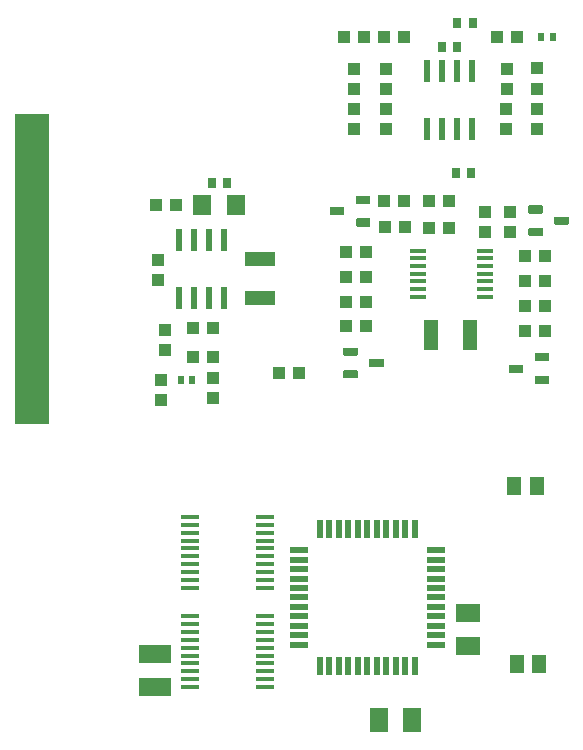
<source format=gbr>
G04 #@! TF.GenerationSoftware,KiCad,Pcbnew,(5.1.2)-2*
G04 #@! TF.CreationDate,2022-01-19T07:15:10-03:00*
G04 #@! TF.ProjectId,MAG_Plus,4d41475f-506c-4757-932e-6b696361645f,rev?*
G04 #@! TF.SameCoordinates,Original*
G04 #@! TF.FileFunction,Paste,Top*
G04 #@! TF.FilePolarity,Positive*
%FSLAX46Y46*%
G04 Gerber Fmt 4.6, Leading zero omitted, Abs format (unit mm)*
G04 Created by KiCad (PCBNEW (5.1.2)-2) date 2022-01-19 07:15:10*
%MOMM*%
%LPD*%
G04 APERTURE LIST*
%ADD10R,1.600000X0.357500*%
%ADD11R,1.000000X1.100000*%
%ADD12C,0.100000*%
%ADD13C,0.690000*%
%ADD14R,1.422400X0.355600*%
%ADD15R,0.700000X0.900000*%
%ADD16R,0.558800X1.981200*%
%ADD17R,3.000000X26.300000*%
%ADD18R,2.500000X1.200000*%
%ADD19R,1.200000X2.500000*%
%ADD20R,1.100000X1.000000*%
%ADD21R,0.600000X0.700000*%
%ADD22R,1.600000X1.803000*%
%ADD23R,2.700000X1.600000*%
%ADD24R,1.300000X1.500000*%
%ADD25R,1.500000X0.500000*%
%ADD26R,0.500000X1.500000*%
%ADD27R,1.600000X2.000000*%
%ADD28R,2.000000X1.600000*%
G04 APERTURE END LIST*
D10*
X47275000Y-61850500D03*
X47275000Y-62517250D03*
X47275000Y-61183750D03*
X47275000Y-63184000D03*
X47275000Y-63850750D03*
X47275000Y-64517500D03*
X47275000Y-65184250D03*
X47275000Y-65851000D03*
X47275000Y-66517750D03*
X47275000Y-67184500D03*
X40925000Y-61183750D03*
X40925000Y-61850500D03*
X40925000Y-62517250D03*
X40925000Y-63184000D03*
X40925000Y-63850750D03*
X40925000Y-64517500D03*
X40925000Y-65184250D03*
X40925000Y-65851000D03*
X40925000Y-66517750D03*
X40925000Y-67184500D03*
X40925000Y-75584500D03*
X40925000Y-74917750D03*
X40925000Y-74251000D03*
X40925000Y-73584250D03*
X40925000Y-72917500D03*
X40925000Y-72250750D03*
X40925000Y-71584000D03*
X40925000Y-70917250D03*
X40925000Y-70250500D03*
X40925000Y-69583750D03*
X47275000Y-75584500D03*
X47275000Y-74917750D03*
X47275000Y-74251000D03*
X47275000Y-73584250D03*
X47275000Y-72917500D03*
X47275000Y-72250750D03*
X47275000Y-71584000D03*
X47275000Y-69583750D03*
X47275000Y-70917250D03*
X47275000Y-70250500D03*
D11*
X53960000Y-20530000D03*
X55660000Y-20530000D03*
X59020000Y-20520000D03*
X57320000Y-20520000D03*
D12*
G36*
X53877204Y-34955415D02*
G01*
X53885577Y-34956657D01*
X53893787Y-34958714D01*
X53901756Y-34961565D01*
X53909408Y-34965184D01*
X53916668Y-34969536D01*
X53923466Y-34974578D01*
X53929738Y-34980262D01*
X53935422Y-34986534D01*
X53940464Y-34993332D01*
X53944816Y-35000592D01*
X53948435Y-35008244D01*
X53951286Y-35016213D01*
X53953343Y-35024423D01*
X53954585Y-35032796D01*
X53955000Y-35041250D01*
X53955000Y-35558750D01*
X53954585Y-35567204D01*
X53953343Y-35575577D01*
X53951286Y-35583787D01*
X53948435Y-35591756D01*
X53944816Y-35599408D01*
X53940464Y-35606668D01*
X53935422Y-35613466D01*
X53929738Y-35619738D01*
X53923466Y-35625422D01*
X53916668Y-35630464D01*
X53909408Y-35634816D01*
X53901756Y-35638435D01*
X53893787Y-35641286D01*
X53885577Y-35643343D01*
X53877204Y-35644585D01*
X53868750Y-35645000D01*
X52831250Y-35645000D01*
X52822796Y-35644585D01*
X52814423Y-35643343D01*
X52806213Y-35641286D01*
X52798244Y-35638435D01*
X52790592Y-35634816D01*
X52783332Y-35630464D01*
X52776534Y-35625422D01*
X52770262Y-35619738D01*
X52764578Y-35613466D01*
X52759536Y-35606668D01*
X52755184Y-35599408D01*
X52751565Y-35591756D01*
X52748714Y-35583787D01*
X52746657Y-35575577D01*
X52745415Y-35567204D01*
X52745000Y-35558750D01*
X52745000Y-35041250D01*
X52745415Y-35032796D01*
X52746657Y-35024423D01*
X52748714Y-35016213D01*
X52751565Y-35008244D01*
X52755184Y-35000592D01*
X52759536Y-34993332D01*
X52764578Y-34986534D01*
X52770262Y-34980262D01*
X52776534Y-34974578D01*
X52783332Y-34969536D01*
X52790592Y-34965184D01*
X52798244Y-34961565D01*
X52806213Y-34958714D01*
X52814423Y-34956657D01*
X52822796Y-34955415D01*
X52831250Y-34955000D01*
X53868750Y-34955000D01*
X53877204Y-34955415D01*
X53877204Y-34955415D01*
G37*
D13*
X53350000Y-35300000D03*
D12*
G36*
X56077204Y-34005415D02*
G01*
X56085577Y-34006657D01*
X56093787Y-34008714D01*
X56101756Y-34011565D01*
X56109408Y-34015184D01*
X56116668Y-34019536D01*
X56123466Y-34024578D01*
X56129738Y-34030262D01*
X56135422Y-34036534D01*
X56140464Y-34043332D01*
X56144816Y-34050592D01*
X56148435Y-34058244D01*
X56151286Y-34066213D01*
X56153343Y-34074423D01*
X56154585Y-34082796D01*
X56155000Y-34091250D01*
X56155000Y-34608750D01*
X56154585Y-34617204D01*
X56153343Y-34625577D01*
X56151286Y-34633787D01*
X56148435Y-34641756D01*
X56144816Y-34649408D01*
X56140464Y-34656668D01*
X56135422Y-34663466D01*
X56129738Y-34669738D01*
X56123466Y-34675422D01*
X56116668Y-34680464D01*
X56109408Y-34684816D01*
X56101756Y-34688435D01*
X56093787Y-34691286D01*
X56085577Y-34693343D01*
X56077204Y-34694585D01*
X56068750Y-34695000D01*
X55031250Y-34695000D01*
X55022796Y-34694585D01*
X55014423Y-34693343D01*
X55006213Y-34691286D01*
X54998244Y-34688435D01*
X54990592Y-34684816D01*
X54983332Y-34680464D01*
X54976534Y-34675422D01*
X54970262Y-34669738D01*
X54964578Y-34663466D01*
X54959536Y-34656668D01*
X54955184Y-34649408D01*
X54951565Y-34641756D01*
X54948714Y-34633787D01*
X54946657Y-34625577D01*
X54945415Y-34617204D01*
X54945000Y-34608750D01*
X54945000Y-34091250D01*
X54945415Y-34082796D01*
X54946657Y-34074423D01*
X54948714Y-34066213D01*
X54951565Y-34058244D01*
X54955184Y-34050592D01*
X54959536Y-34043332D01*
X54964578Y-34036534D01*
X54970262Y-34030262D01*
X54976534Y-34024578D01*
X54983332Y-34019536D01*
X54990592Y-34015184D01*
X54998244Y-34011565D01*
X55006213Y-34008714D01*
X55014423Y-34006657D01*
X55022796Y-34005415D01*
X55031250Y-34005000D01*
X56068750Y-34005000D01*
X56077204Y-34005415D01*
X56077204Y-34005415D01*
G37*
D13*
X55550000Y-34350000D03*
D12*
G36*
X56077204Y-35905415D02*
G01*
X56085577Y-35906657D01*
X56093787Y-35908714D01*
X56101756Y-35911565D01*
X56109408Y-35915184D01*
X56116668Y-35919536D01*
X56123466Y-35924578D01*
X56129738Y-35930262D01*
X56135422Y-35936534D01*
X56140464Y-35943332D01*
X56144816Y-35950592D01*
X56148435Y-35958244D01*
X56151286Y-35966213D01*
X56153343Y-35974423D01*
X56154585Y-35982796D01*
X56155000Y-35991250D01*
X56155000Y-36508750D01*
X56154585Y-36517204D01*
X56153343Y-36525577D01*
X56151286Y-36533787D01*
X56148435Y-36541756D01*
X56144816Y-36549408D01*
X56140464Y-36556668D01*
X56135422Y-36563466D01*
X56129738Y-36569738D01*
X56123466Y-36575422D01*
X56116668Y-36580464D01*
X56109408Y-36584816D01*
X56101756Y-36588435D01*
X56093787Y-36591286D01*
X56085577Y-36593343D01*
X56077204Y-36594585D01*
X56068750Y-36595000D01*
X55031250Y-36595000D01*
X55022796Y-36594585D01*
X55014423Y-36593343D01*
X55006213Y-36591286D01*
X54998244Y-36588435D01*
X54990592Y-36584816D01*
X54983332Y-36580464D01*
X54976534Y-36575422D01*
X54970262Y-36569738D01*
X54964578Y-36563466D01*
X54959536Y-36556668D01*
X54955184Y-36549408D01*
X54951565Y-36541756D01*
X54948714Y-36533787D01*
X54946657Y-36525577D01*
X54945415Y-36517204D01*
X54945000Y-36508750D01*
X54945000Y-35991250D01*
X54945415Y-35982796D01*
X54946657Y-35974423D01*
X54948714Y-35966213D01*
X54951565Y-35958244D01*
X54955184Y-35950592D01*
X54959536Y-35943332D01*
X54964578Y-35936534D01*
X54970262Y-35930262D01*
X54976534Y-35924578D01*
X54983332Y-35919536D01*
X54990592Y-35915184D01*
X54998244Y-35911565D01*
X55006213Y-35908714D01*
X55014423Y-35906657D01*
X55022796Y-35905415D01*
X55031250Y-35905000D01*
X56068750Y-35905000D01*
X56077204Y-35905415D01*
X56077204Y-35905415D01*
G37*
D13*
X55550000Y-36250000D03*
D12*
G36*
X70677204Y-34805415D02*
G01*
X70685577Y-34806657D01*
X70693787Y-34808714D01*
X70701756Y-34811565D01*
X70709408Y-34815184D01*
X70716668Y-34819536D01*
X70723466Y-34824578D01*
X70729738Y-34830262D01*
X70735422Y-34836534D01*
X70740464Y-34843332D01*
X70744816Y-34850592D01*
X70748435Y-34858244D01*
X70751286Y-34866213D01*
X70753343Y-34874423D01*
X70754585Y-34882796D01*
X70755000Y-34891250D01*
X70755000Y-35408750D01*
X70754585Y-35417204D01*
X70753343Y-35425577D01*
X70751286Y-35433787D01*
X70748435Y-35441756D01*
X70744816Y-35449408D01*
X70740464Y-35456668D01*
X70735422Y-35463466D01*
X70729738Y-35469738D01*
X70723466Y-35475422D01*
X70716668Y-35480464D01*
X70709408Y-35484816D01*
X70701756Y-35488435D01*
X70693787Y-35491286D01*
X70685577Y-35493343D01*
X70677204Y-35494585D01*
X70668750Y-35495000D01*
X69631250Y-35495000D01*
X69622796Y-35494585D01*
X69614423Y-35493343D01*
X69606213Y-35491286D01*
X69598244Y-35488435D01*
X69590592Y-35484816D01*
X69583332Y-35480464D01*
X69576534Y-35475422D01*
X69570262Y-35469738D01*
X69564578Y-35463466D01*
X69559536Y-35456668D01*
X69555184Y-35449408D01*
X69551565Y-35441756D01*
X69548714Y-35433787D01*
X69546657Y-35425577D01*
X69545415Y-35417204D01*
X69545000Y-35408750D01*
X69545000Y-34891250D01*
X69545415Y-34882796D01*
X69546657Y-34874423D01*
X69548714Y-34866213D01*
X69551565Y-34858244D01*
X69555184Y-34850592D01*
X69559536Y-34843332D01*
X69564578Y-34836534D01*
X69570262Y-34830262D01*
X69576534Y-34824578D01*
X69583332Y-34819536D01*
X69590592Y-34815184D01*
X69598244Y-34811565D01*
X69606213Y-34808714D01*
X69614423Y-34806657D01*
X69622796Y-34805415D01*
X69631250Y-34805000D01*
X70668750Y-34805000D01*
X70677204Y-34805415D01*
X70677204Y-34805415D01*
G37*
D13*
X70150000Y-35150000D03*
D12*
G36*
X70677204Y-36705415D02*
G01*
X70685577Y-36706657D01*
X70693787Y-36708714D01*
X70701756Y-36711565D01*
X70709408Y-36715184D01*
X70716668Y-36719536D01*
X70723466Y-36724578D01*
X70729738Y-36730262D01*
X70735422Y-36736534D01*
X70740464Y-36743332D01*
X70744816Y-36750592D01*
X70748435Y-36758244D01*
X70751286Y-36766213D01*
X70753343Y-36774423D01*
X70754585Y-36782796D01*
X70755000Y-36791250D01*
X70755000Y-37308750D01*
X70754585Y-37317204D01*
X70753343Y-37325577D01*
X70751286Y-37333787D01*
X70748435Y-37341756D01*
X70744816Y-37349408D01*
X70740464Y-37356668D01*
X70735422Y-37363466D01*
X70729738Y-37369738D01*
X70723466Y-37375422D01*
X70716668Y-37380464D01*
X70709408Y-37384816D01*
X70701756Y-37388435D01*
X70693787Y-37391286D01*
X70685577Y-37393343D01*
X70677204Y-37394585D01*
X70668750Y-37395000D01*
X69631250Y-37395000D01*
X69622796Y-37394585D01*
X69614423Y-37393343D01*
X69606213Y-37391286D01*
X69598244Y-37388435D01*
X69590592Y-37384816D01*
X69583332Y-37380464D01*
X69576534Y-37375422D01*
X69570262Y-37369738D01*
X69564578Y-37363466D01*
X69559536Y-37356668D01*
X69555184Y-37349408D01*
X69551565Y-37341756D01*
X69548714Y-37333787D01*
X69546657Y-37325577D01*
X69545415Y-37317204D01*
X69545000Y-37308750D01*
X69545000Y-36791250D01*
X69545415Y-36782796D01*
X69546657Y-36774423D01*
X69548714Y-36766213D01*
X69551565Y-36758244D01*
X69555184Y-36750592D01*
X69559536Y-36743332D01*
X69564578Y-36736534D01*
X69570262Y-36730262D01*
X69576534Y-36724578D01*
X69583332Y-36719536D01*
X69590592Y-36715184D01*
X69598244Y-36711565D01*
X69606213Y-36708714D01*
X69614423Y-36706657D01*
X69622796Y-36705415D01*
X69631250Y-36705000D01*
X70668750Y-36705000D01*
X70677204Y-36705415D01*
X70677204Y-36705415D01*
G37*
D13*
X70150000Y-37050000D03*
D12*
G36*
X72877204Y-35755415D02*
G01*
X72885577Y-35756657D01*
X72893787Y-35758714D01*
X72901756Y-35761565D01*
X72909408Y-35765184D01*
X72916668Y-35769536D01*
X72923466Y-35774578D01*
X72929738Y-35780262D01*
X72935422Y-35786534D01*
X72940464Y-35793332D01*
X72944816Y-35800592D01*
X72948435Y-35808244D01*
X72951286Y-35816213D01*
X72953343Y-35824423D01*
X72954585Y-35832796D01*
X72955000Y-35841250D01*
X72955000Y-36358750D01*
X72954585Y-36367204D01*
X72953343Y-36375577D01*
X72951286Y-36383787D01*
X72948435Y-36391756D01*
X72944816Y-36399408D01*
X72940464Y-36406668D01*
X72935422Y-36413466D01*
X72929738Y-36419738D01*
X72923466Y-36425422D01*
X72916668Y-36430464D01*
X72909408Y-36434816D01*
X72901756Y-36438435D01*
X72893787Y-36441286D01*
X72885577Y-36443343D01*
X72877204Y-36444585D01*
X72868750Y-36445000D01*
X71831250Y-36445000D01*
X71822796Y-36444585D01*
X71814423Y-36443343D01*
X71806213Y-36441286D01*
X71798244Y-36438435D01*
X71790592Y-36434816D01*
X71783332Y-36430464D01*
X71776534Y-36425422D01*
X71770262Y-36419738D01*
X71764578Y-36413466D01*
X71759536Y-36406668D01*
X71755184Y-36399408D01*
X71751565Y-36391756D01*
X71748714Y-36383787D01*
X71746657Y-36375577D01*
X71745415Y-36367204D01*
X71745000Y-36358750D01*
X71745000Y-35841250D01*
X71745415Y-35832796D01*
X71746657Y-35824423D01*
X71748714Y-35816213D01*
X71751565Y-35808244D01*
X71755184Y-35800592D01*
X71759536Y-35793332D01*
X71764578Y-35786534D01*
X71770262Y-35780262D01*
X71776534Y-35774578D01*
X71783332Y-35769536D01*
X71790592Y-35765184D01*
X71798244Y-35761565D01*
X71806213Y-35758714D01*
X71814423Y-35756657D01*
X71822796Y-35755415D01*
X71831250Y-35755000D01*
X72868750Y-35755000D01*
X72877204Y-35755415D01*
X72877204Y-35755415D01*
G37*
D13*
X72350000Y-36100000D03*
D11*
X55830000Y-40840000D03*
X54130000Y-40840000D03*
D14*
X65844800Y-38624200D03*
X65844800Y-39284600D03*
X65844800Y-39919600D03*
X65844800Y-40580000D03*
X65844800Y-41240400D03*
X65844800Y-41875400D03*
X65844800Y-42535800D03*
X60155200Y-42535800D03*
X60155200Y-41875400D03*
X60155200Y-41240400D03*
X60155200Y-40580000D03*
X60155200Y-39919600D03*
X60155200Y-39284600D03*
X60155200Y-38624200D03*
D15*
X63520000Y-19370000D03*
X64820000Y-19370000D03*
X63500000Y-21360000D03*
X62200000Y-21360000D03*
D16*
X64775000Y-23406200D03*
X63505000Y-23406200D03*
X62235000Y-23406200D03*
X60965000Y-23406200D03*
X60965000Y-28333800D03*
X62235000Y-28333800D03*
X63505000Y-28333800D03*
X64775000Y-28333800D03*
D17*
X27480000Y-40160000D03*
D18*
X46850000Y-42650000D03*
X46850000Y-39350000D03*
D19*
X61280000Y-45780000D03*
X64580000Y-45780000D03*
D15*
X64720000Y-32070000D03*
X63420000Y-32070000D03*
X42750000Y-32900000D03*
X44050000Y-32900000D03*
D11*
X38150000Y-39450000D03*
X38150000Y-41150000D03*
D20*
X42850000Y-47600000D03*
X41150000Y-47600000D03*
D11*
X42850000Y-51150000D03*
X42850000Y-49450000D03*
D20*
X62800000Y-36700000D03*
X61100000Y-36700000D03*
D11*
X38000000Y-34800000D03*
X39700000Y-34800000D03*
D21*
X41100000Y-49600000D03*
X40100000Y-49600000D03*
D11*
X66890000Y-20560000D03*
X68590000Y-20560000D03*
D21*
X71590000Y-20580000D03*
X70590000Y-20580000D03*
D22*
X44772000Y-34800000D03*
X41928000Y-34800000D03*
D11*
X42850000Y-45200000D03*
X41150000Y-45200000D03*
D20*
X38800000Y-47050000D03*
X38800000Y-45350000D03*
X38400000Y-49600000D03*
X38400000Y-51300000D03*
D11*
X54130000Y-42940000D03*
X55830000Y-42940000D03*
X70940000Y-45420000D03*
X69240000Y-45420000D03*
X59050000Y-34440000D03*
X57350000Y-34440000D03*
X59110000Y-36630000D03*
X57410000Y-36630000D03*
D20*
X65850000Y-35350000D03*
X65850000Y-37050000D03*
X67950000Y-37050000D03*
X67950000Y-35350000D03*
D11*
X62800000Y-34430000D03*
X61100000Y-34430000D03*
X54130000Y-45040000D03*
X55830000Y-45040000D03*
X70940000Y-43320000D03*
X69240000Y-43320000D03*
X55830000Y-38740000D03*
X54130000Y-38740000D03*
X69240000Y-39110000D03*
X70940000Y-39110000D03*
X69240000Y-41220000D03*
X70940000Y-41220000D03*
D16*
X43805000Y-42663800D03*
X42535000Y-42663800D03*
X41265000Y-42663800D03*
X39995000Y-42663800D03*
X39995000Y-37736200D03*
X41265000Y-37736200D03*
X42535000Y-37736200D03*
X43805000Y-37736200D03*
D12*
G36*
X55007204Y-46845415D02*
G01*
X55015577Y-46846657D01*
X55023787Y-46848714D01*
X55031756Y-46851565D01*
X55039408Y-46855184D01*
X55046668Y-46859536D01*
X55053466Y-46864578D01*
X55059738Y-46870262D01*
X55065422Y-46876534D01*
X55070464Y-46883332D01*
X55074816Y-46890592D01*
X55078435Y-46898244D01*
X55081286Y-46906213D01*
X55083343Y-46914423D01*
X55084585Y-46922796D01*
X55085000Y-46931250D01*
X55085000Y-47448750D01*
X55084585Y-47457204D01*
X55083343Y-47465577D01*
X55081286Y-47473787D01*
X55078435Y-47481756D01*
X55074816Y-47489408D01*
X55070464Y-47496668D01*
X55065422Y-47503466D01*
X55059738Y-47509738D01*
X55053466Y-47515422D01*
X55046668Y-47520464D01*
X55039408Y-47524816D01*
X55031756Y-47528435D01*
X55023787Y-47531286D01*
X55015577Y-47533343D01*
X55007204Y-47534585D01*
X54998750Y-47535000D01*
X53961250Y-47535000D01*
X53952796Y-47534585D01*
X53944423Y-47533343D01*
X53936213Y-47531286D01*
X53928244Y-47528435D01*
X53920592Y-47524816D01*
X53913332Y-47520464D01*
X53906534Y-47515422D01*
X53900262Y-47509738D01*
X53894578Y-47503466D01*
X53889536Y-47496668D01*
X53885184Y-47489408D01*
X53881565Y-47481756D01*
X53878714Y-47473787D01*
X53876657Y-47465577D01*
X53875415Y-47457204D01*
X53875000Y-47448750D01*
X53875000Y-46931250D01*
X53875415Y-46922796D01*
X53876657Y-46914423D01*
X53878714Y-46906213D01*
X53881565Y-46898244D01*
X53885184Y-46890592D01*
X53889536Y-46883332D01*
X53894578Y-46876534D01*
X53900262Y-46870262D01*
X53906534Y-46864578D01*
X53913332Y-46859536D01*
X53920592Y-46855184D01*
X53928244Y-46851565D01*
X53936213Y-46848714D01*
X53944423Y-46846657D01*
X53952796Y-46845415D01*
X53961250Y-46845000D01*
X54998750Y-46845000D01*
X55007204Y-46845415D01*
X55007204Y-46845415D01*
G37*
D13*
X54480000Y-47190000D03*
D12*
G36*
X55007204Y-48745415D02*
G01*
X55015577Y-48746657D01*
X55023787Y-48748714D01*
X55031756Y-48751565D01*
X55039408Y-48755184D01*
X55046668Y-48759536D01*
X55053466Y-48764578D01*
X55059738Y-48770262D01*
X55065422Y-48776534D01*
X55070464Y-48783332D01*
X55074816Y-48790592D01*
X55078435Y-48798244D01*
X55081286Y-48806213D01*
X55083343Y-48814423D01*
X55084585Y-48822796D01*
X55085000Y-48831250D01*
X55085000Y-49348750D01*
X55084585Y-49357204D01*
X55083343Y-49365577D01*
X55081286Y-49373787D01*
X55078435Y-49381756D01*
X55074816Y-49389408D01*
X55070464Y-49396668D01*
X55065422Y-49403466D01*
X55059738Y-49409738D01*
X55053466Y-49415422D01*
X55046668Y-49420464D01*
X55039408Y-49424816D01*
X55031756Y-49428435D01*
X55023787Y-49431286D01*
X55015577Y-49433343D01*
X55007204Y-49434585D01*
X54998750Y-49435000D01*
X53961250Y-49435000D01*
X53952796Y-49434585D01*
X53944423Y-49433343D01*
X53936213Y-49431286D01*
X53928244Y-49428435D01*
X53920592Y-49424816D01*
X53913332Y-49420464D01*
X53906534Y-49415422D01*
X53900262Y-49409738D01*
X53894578Y-49403466D01*
X53889536Y-49396668D01*
X53885184Y-49389408D01*
X53881565Y-49381756D01*
X53878714Y-49373787D01*
X53876657Y-49365577D01*
X53875415Y-49357204D01*
X53875000Y-49348750D01*
X53875000Y-48831250D01*
X53875415Y-48822796D01*
X53876657Y-48814423D01*
X53878714Y-48806213D01*
X53881565Y-48798244D01*
X53885184Y-48790592D01*
X53889536Y-48783332D01*
X53894578Y-48776534D01*
X53900262Y-48770262D01*
X53906534Y-48764578D01*
X53913332Y-48759536D01*
X53920592Y-48755184D01*
X53928244Y-48751565D01*
X53936213Y-48748714D01*
X53944423Y-48746657D01*
X53952796Y-48745415D01*
X53961250Y-48745000D01*
X54998750Y-48745000D01*
X55007204Y-48745415D01*
X55007204Y-48745415D01*
G37*
D13*
X54480000Y-49090000D03*
D12*
G36*
X57207204Y-47795415D02*
G01*
X57215577Y-47796657D01*
X57223787Y-47798714D01*
X57231756Y-47801565D01*
X57239408Y-47805184D01*
X57246668Y-47809536D01*
X57253466Y-47814578D01*
X57259738Y-47820262D01*
X57265422Y-47826534D01*
X57270464Y-47833332D01*
X57274816Y-47840592D01*
X57278435Y-47848244D01*
X57281286Y-47856213D01*
X57283343Y-47864423D01*
X57284585Y-47872796D01*
X57285000Y-47881250D01*
X57285000Y-48398750D01*
X57284585Y-48407204D01*
X57283343Y-48415577D01*
X57281286Y-48423787D01*
X57278435Y-48431756D01*
X57274816Y-48439408D01*
X57270464Y-48446668D01*
X57265422Y-48453466D01*
X57259738Y-48459738D01*
X57253466Y-48465422D01*
X57246668Y-48470464D01*
X57239408Y-48474816D01*
X57231756Y-48478435D01*
X57223787Y-48481286D01*
X57215577Y-48483343D01*
X57207204Y-48484585D01*
X57198750Y-48485000D01*
X56161250Y-48485000D01*
X56152796Y-48484585D01*
X56144423Y-48483343D01*
X56136213Y-48481286D01*
X56128244Y-48478435D01*
X56120592Y-48474816D01*
X56113332Y-48470464D01*
X56106534Y-48465422D01*
X56100262Y-48459738D01*
X56094578Y-48453466D01*
X56089536Y-48446668D01*
X56085184Y-48439408D01*
X56081565Y-48431756D01*
X56078714Y-48423787D01*
X56076657Y-48415577D01*
X56075415Y-48407204D01*
X56075000Y-48398750D01*
X56075000Y-47881250D01*
X56075415Y-47872796D01*
X56076657Y-47864423D01*
X56078714Y-47856213D01*
X56081565Y-47848244D01*
X56085184Y-47840592D01*
X56089536Y-47833332D01*
X56094578Y-47826534D01*
X56100262Y-47820262D01*
X56106534Y-47814578D01*
X56113332Y-47809536D01*
X56120592Y-47805184D01*
X56128244Y-47801565D01*
X56136213Y-47798714D01*
X56144423Y-47796657D01*
X56152796Y-47795415D01*
X56161250Y-47795000D01*
X57198750Y-47795000D01*
X57207204Y-47795415D01*
X57207204Y-47795415D01*
G37*
D13*
X56680000Y-48140000D03*
D12*
G36*
X69017204Y-48275415D02*
G01*
X69025577Y-48276657D01*
X69033787Y-48278714D01*
X69041756Y-48281565D01*
X69049408Y-48285184D01*
X69056668Y-48289536D01*
X69063466Y-48294578D01*
X69069738Y-48300262D01*
X69075422Y-48306534D01*
X69080464Y-48313332D01*
X69084816Y-48320592D01*
X69088435Y-48328244D01*
X69091286Y-48336213D01*
X69093343Y-48344423D01*
X69094585Y-48352796D01*
X69095000Y-48361250D01*
X69095000Y-48878750D01*
X69094585Y-48887204D01*
X69093343Y-48895577D01*
X69091286Y-48903787D01*
X69088435Y-48911756D01*
X69084816Y-48919408D01*
X69080464Y-48926668D01*
X69075422Y-48933466D01*
X69069738Y-48939738D01*
X69063466Y-48945422D01*
X69056668Y-48950464D01*
X69049408Y-48954816D01*
X69041756Y-48958435D01*
X69033787Y-48961286D01*
X69025577Y-48963343D01*
X69017204Y-48964585D01*
X69008750Y-48965000D01*
X67971250Y-48965000D01*
X67962796Y-48964585D01*
X67954423Y-48963343D01*
X67946213Y-48961286D01*
X67938244Y-48958435D01*
X67930592Y-48954816D01*
X67923332Y-48950464D01*
X67916534Y-48945422D01*
X67910262Y-48939738D01*
X67904578Y-48933466D01*
X67899536Y-48926668D01*
X67895184Y-48919408D01*
X67891565Y-48911756D01*
X67888714Y-48903787D01*
X67886657Y-48895577D01*
X67885415Y-48887204D01*
X67885000Y-48878750D01*
X67885000Y-48361250D01*
X67885415Y-48352796D01*
X67886657Y-48344423D01*
X67888714Y-48336213D01*
X67891565Y-48328244D01*
X67895184Y-48320592D01*
X67899536Y-48313332D01*
X67904578Y-48306534D01*
X67910262Y-48300262D01*
X67916534Y-48294578D01*
X67923332Y-48289536D01*
X67930592Y-48285184D01*
X67938244Y-48281565D01*
X67946213Y-48278714D01*
X67954423Y-48276657D01*
X67962796Y-48275415D01*
X67971250Y-48275000D01*
X69008750Y-48275000D01*
X69017204Y-48275415D01*
X69017204Y-48275415D01*
G37*
D13*
X68490000Y-48620000D03*
D12*
G36*
X71217204Y-47325415D02*
G01*
X71225577Y-47326657D01*
X71233787Y-47328714D01*
X71241756Y-47331565D01*
X71249408Y-47335184D01*
X71256668Y-47339536D01*
X71263466Y-47344578D01*
X71269738Y-47350262D01*
X71275422Y-47356534D01*
X71280464Y-47363332D01*
X71284816Y-47370592D01*
X71288435Y-47378244D01*
X71291286Y-47386213D01*
X71293343Y-47394423D01*
X71294585Y-47402796D01*
X71295000Y-47411250D01*
X71295000Y-47928750D01*
X71294585Y-47937204D01*
X71293343Y-47945577D01*
X71291286Y-47953787D01*
X71288435Y-47961756D01*
X71284816Y-47969408D01*
X71280464Y-47976668D01*
X71275422Y-47983466D01*
X71269738Y-47989738D01*
X71263466Y-47995422D01*
X71256668Y-48000464D01*
X71249408Y-48004816D01*
X71241756Y-48008435D01*
X71233787Y-48011286D01*
X71225577Y-48013343D01*
X71217204Y-48014585D01*
X71208750Y-48015000D01*
X70171250Y-48015000D01*
X70162796Y-48014585D01*
X70154423Y-48013343D01*
X70146213Y-48011286D01*
X70138244Y-48008435D01*
X70130592Y-48004816D01*
X70123332Y-48000464D01*
X70116534Y-47995422D01*
X70110262Y-47989738D01*
X70104578Y-47983466D01*
X70099536Y-47976668D01*
X70095184Y-47969408D01*
X70091565Y-47961756D01*
X70088714Y-47953787D01*
X70086657Y-47945577D01*
X70085415Y-47937204D01*
X70085000Y-47928750D01*
X70085000Y-47411250D01*
X70085415Y-47402796D01*
X70086657Y-47394423D01*
X70088714Y-47386213D01*
X70091565Y-47378244D01*
X70095184Y-47370592D01*
X70099536Y-47363332D01*
X70104578Y-47356534D01*
X70110262Y-47350262D01*
X70116534Y-47344578D01*
X70123332Y-47339536D01*
X70130592Y-47335184D01*
X70138244Y-47331565D01*
X70146213Y-47328714D01*
X70154423Y-47326657D01*
X70162796Y-47325415D01*
X70171250Y-47325000D01*
X71208750Y-47325000D01*
X71217204Y-47325415D01*
X71217204Y-47325415D01*
G37*
D13*
X70690000Y-47670000D03*
D12*
G36*
X71217204Y-49225415D02*
G01*
X71225577Y-49226657D01*
X71233787Y-49228714D01*
X71241756Y-49231565D01*
X71249408Y-49235184D01*
X71256668Y-49239536D01*
X71263466Y-49244578D01*
X71269738Y-49250262D01*
X71275422Y-49256534D01*
X71280464Y-49263332D01*
X71284816Y-49270592D01*
X71288435Y-49278244D01*
X71291286Y-49286213D01*
X71293343Y-49294423D01*
X71294585Y-49302796D01*
X71295000Y-49311250D01*
X71295000Y-49828750D01*
X71294585Y-49837204D01*
X71293343Y-49845577D01*
X71291286Y-49853787D01*
X71288435Y-49861756D01*
X71284816Y-49869408D01*
X71280464Y-49876668D01*
X71275422Y-49883466D01*
X71269738Y-49889738D01*
X71263466Y-49895422D01*
X71256668Y-49900464D01*
X71249408Y-49904816D01*
X71241756Y-49908435D01*
X71233787Y-49911286D01*
X71225577Y-49913343D01*
X71217204Y-49914585D01*
X71208750Y-49915000D01*
X70171250Y-49915000D01*
X70162796Y-49914585D01*
X70154423Y-49913343D01*
X70146213Y-49911286D01*
X70138244Y-49908435D01*
X70130592Y-49904816D01*
X70123332Y-49900464D01*
X70116534Y-49895422D01*
X70110262Y-49889738D01*
X70104578Y-49883466D01*
X70099536Y-49876668D01*
X70095184Y-49869408D01*
X70091565Y-49861756D01*
X70088714Y-49853787D01*
X70086657Y-49845577D01*
X70085415Y-49837204D01*
X70085000Y-49828750D01*
X70085000Y-49311250D01*
X70085415Y-49302796D01*
X70086657Y-49294423D01*
X70088714Y-49286213D01*
X70091565Y-49278244D01*
X70095184Y-49270592D01*
X70099536Y-49263332D01*
X70104578Y-49256534D01*
X70110262Y-49250262D01*
X70116534Y-49244578D01*
X70123332Y-49239536D01*
X70130592Y-49235184D01*
X70138244Y-49231565D01*
X70146213Y-49228714D01*
X70154423Y-49226657D01*
X70162796Y-49225415D01*
X70171250Y-49225000D01*
X71208750Y-49225000D01*
X71217204Y-49225415D01*
X71217204Y-49225415D01*
G37*
D13*
X70690000Y-49570000D03*
D20*
X57460000Y-28300000D03*
X57460000Y-26600000D03*
X57460000Y-23280000D03*
X57460000Y-24980000D03*
X54780000Y-28300000D03*
X54780000Y-26600000D03*
X54780000Y-23220000D03*
X54780000Y-24920000D03*
X70290000Y-28370000D03*
X70290000Y-26670000D03*
X70280000Y-23210000D03*
X70280000Y-24910000D03*
X67680000Y-28330000D03*
X67680000Y-26630000D03*
X67690000Y-23240000D03*
X67690000Y-24940000D03*
D23*
X37900000Y-72800000D03*
X37900000Y-75600000D03*
D24*
X70250000Y-58600000D03*
X68350000Y-58600000D03*
X68550000Y-73600000D03*
X70450000Y-73600000D03*
D25*
X50100000Y-64000000D03*
X50100000Y-64800000D03*
X50100000Y-65600000D03*
X50100000Y-66400000D03*
X50100000Y-67200000D03*
X50100000Y-68000000D03*
X50100000Y-68800000D03*
X50100000Y-69600000D03*
X50100000Y-70400000D03*
X50100000Y-71200000D03*
X50100000Y-72000000D03*
D26*
X51900000Y-73800000D03*
X52700000Y-73800000D03*
X53500000Y-73800000D03*
X54300000Y-73800000D03*
X55100000Y-73800000D03*
X55900000Y-73800000D03*
X56700000Y-73800000D03*
X57500000Y-73800000D03*
X58300000Y-73800000D03*
X59100000Y-73800000D03*
X59900000Y-73800000D03*
D25*
X61700000Y-72000000D03*
X61700000Y-71200000D03*
X61700000Y-70400000D03*
X61700000Y-69600000D03*
X61700000Y-68800000D03*
X61700000Y-68000000D03*
X61700000Y-67200000D03*
X61700000Y-66400000D03*
X61700000Y-65600000D03*
X61700000Y-64800000D03*
X61700000Y-64000000D03*
D26*
X59900000Y-62200000D03*
X59100000Y-62200000D03*
X58300000Y-62200000D03*
X57500000Y-62200000D03*
X56700000Y-62200000D03*
X55900000Y-62200000D03*
X55100000Y-62200000D03*
X54300000Y-62200000D03*
X53500000Y-62200000D03*
X52700000Y-62200000D03*
X51900000Y-62200000D03*
D27*
X56900000Y-78400000D03*
X59700000Y-78400000D03*
D28*
X64400000Y-72100000D03*
X64400000Y-69300000D03*
D11*
X50150000Y-49000000D03*
X48450000Y-49000000D03*
M02*

</source>
